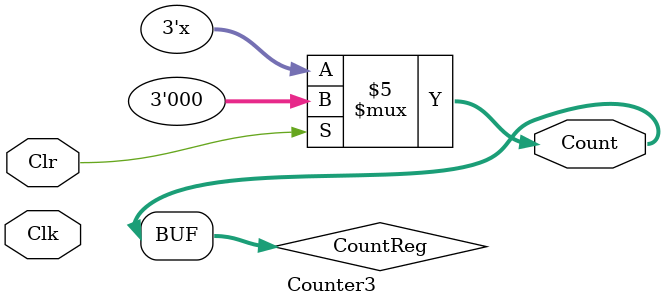
<source format=v>
`timescale 1ns/1ps  // 1 ps resolution required.
module ClockDomains; // A testbench; so, no I/O.
//
// Set clock periods/2 here:
//         F = Fast        S = Slow:
localparam FDelay = 1.301, SDelay = 2.011;
//
// Inertial rejection of unsynched sampler
// in combinational logic:
localparam CombDelay = 0.200;
localparam FastCombDelay = CombDelay/5.0;
//
// Uncertainty in latching in receiving domain:
localparam LatchLagDelay = CombDelay/1.5;
//
//
wire FastClock, SlowClock, Reset
   , FastAnd, SlowAnd
   , UnsyncAnd // The raw, unsynchronized logic.
   , SyncAnd;  // Synchronized logic.
//
wire[2:0] FastCount, SlowCount;
//
// The two counter instances:
//
Counter3 
FastLogic
( .Count(FastCount), .Clk(FastClock), .Clr(Reset) );
//
Counter3
SlowLogic
( .Count(SlowCount), .Clk(SlowClock), .Clr(Reset) );
//
// Clock domain counter output logic:
//
assign #CombDelay FastAnd = &FastCount;
assign #CombDelay SlowAnd = &SlowCount;
//
// The sampling logic:
//
reg HoldFastAnd, HoldSlowAnd;
assign #FastCombDelay UnsyncAnd =     FastAnd &     SlowAnd;
assign #FastCombDelay SyncAnd   = HoldFastAnd & HoldSlowAnd;
//
// The synchronizing latches (RTL):
always@(posedge FastClock)
  if (FastClock==1'b1)
    #LatchLagDelay HoldFastAnd = FastAnd;
always@(posedge FastClock)
  if (FastClock==1'b1)
    #LatchLagDelay HoldSlowAnd = SlowAnd;
//
// ----------------------------------------
// The rest is testbench:
//
reg FastStim, SlowStim, ResetStim;
assign Reset     = ResetStim;
assign FastClock = FastStim;
assign SlowClock = SlowStim;
//
always@(FastStim) #FDelay FastStim <= ~FastStim;
always@(SlowStim) #SDelay SlowStim <= ~SlowStim;
//
initial
  begin
  #0    FastStim   = 1'b0;
        SlowStim   = 1'b0;
  #1    ResetStim  = 1'b1;
  #9    ResetStim  = 1'b0;
  #500  $finish;
  end
//
endmodule // ClockDomains.
//
// The counter module is here for convenience;
// it might as well be in its own file.
// Delay is assigned in instantiation.
//
module Counter3
      (output[2:0] Count, input Clk, Clr);
reg[2:0] CountReg;
//
assign Count = CountReg;
//
always@(Clk)
  if (Clr==1'b1) CountReg <= 'b0;
  else CountReg <= CountReg + 1;
//
endmodule // Counter3.


</source>
